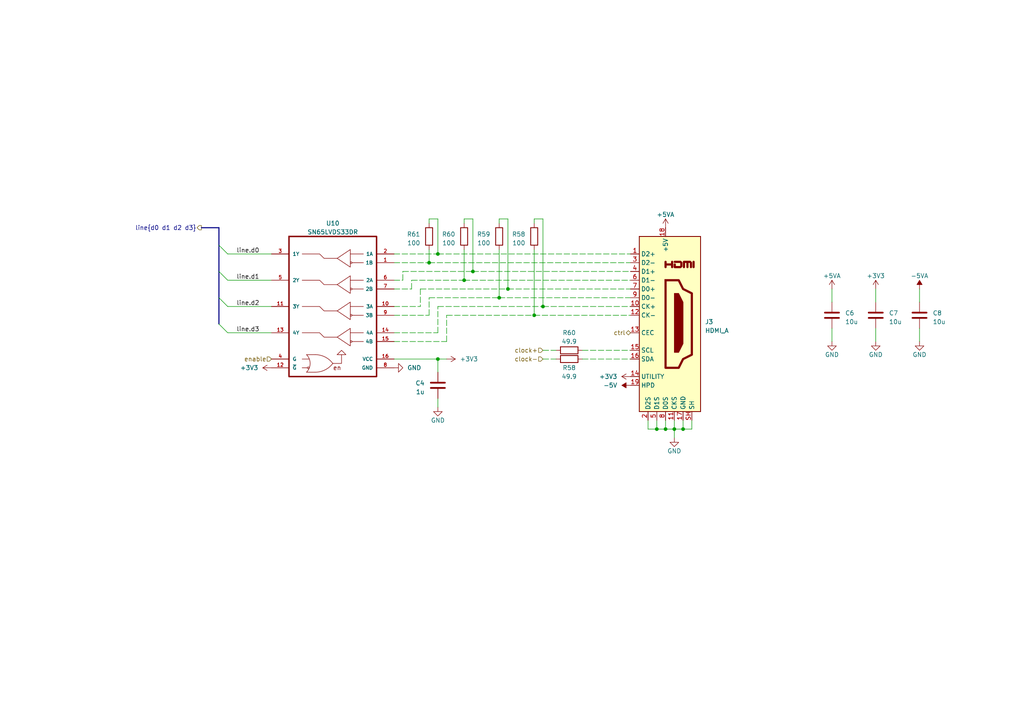
<source format=kicad_sch>
(kicad_sch (version 20221004) (generator eeschema)
  (paper "A4")
  (title_block (title "sin(π)") (date "2022-11-23") (rev "draft 0") (company "Porucha"))
  (lib_symbols
    (symbol "0000:SN65LVDS33DR" (pin_names (offset 1.016))
      (property "Reference" "U" (at -12.7 21.32 0))
      (property "Value" "SN65LVDS33DR" (at -12.7 -24.32 0))
      (symbol "SN65LVDS33DR_0_0"
        (rectangle (start -12.7 20.32) (end 12.7 -20.32) (stroke (width 0.41)))
        (arc (start -7.62 -19.05) (mid -6.5679 -16.51) (end -7.62 -13.97))
        (arc (start -5.08 -19.05) (mid -2.2381 -18.3837) (end 0 -16.51))
        (arc (start 0 -16.51) (mid -2.2392 -14.6383) (end -5.08 -13.97))
        (polyline (pts (xy -8.89 -17.78) (xy -7.366 -17.78)))
        (polyline (pts (xy -8.89 -15.24) (xy -6.858 -15.24)))
        (polyline (pts (xy -7.62 -19.05) (xy -5.08 -19.05)))
        (polyline (pts (xy -7.62 -13.97) (xy -5.08 -13.97)))
        (polyline (pts (xy 0 -16.51) (xy 2.54 -16.51) (xy 2.54 -13.97)))
        (polyline (pts (xy 1.27 -13.97) (xy 2.54 -12.7) (xy 3.81 -13.97) (xy 1.27 -13.97)))
        (text "en" (at 1.27 -17.78 0) (effects (font (size 1.27 1.27))))
        (pin input line (at 17.78 12.7 180) (length 5.08) (name "1B") (number "1"))
        (pin input line (at 17.78 0 180) (length 5.08) (name "3A") (number "10"))
        (pin output line (at -17.78 0 0) (length 5.08) (name "3Y") (number "11"))
        (pin input line (at -17.78 -17.78 0) (length 5.08) (name "~{G}") (number "12"))
        (pin output line (at -17.78 -7.62 0) (length 5.08) (name "4Y") (number "13"))
        (pin input line (at 17.78 -7.62 180) (length 5.08) (name "4A") (number "14"))
        (pin input line (at 17.78 -10.16 180) (length 5.08) (name "4B") (number "15"))
        (pin power_in line (at 17.78 -15.24 180) (length 5.08) (name "VCC") (number "16"))
        (pin input line (at 17.78 15.24 180) (length 5.08) (name "1A") (number "2"))
        (pin output line (at -17.78 15.24 0) (length 5.08) (name "1Y") (number "3"))
        (pin input line (at -17.78 -15.24 0) (length 5.08) (name "G") (number "4"))
        (pin output line (at -17.78 7.62 0) (length 5.08) (name "2Y") (number "5"))
        (pin input line (at 17.78 7.62 180) (length 5.08) (name "2A") (number "6"))
        (pin input line (at 17.78 5.08 180) (length 5.08) (name "2B") (number "7"))
        (pin power_in line (at 17.78 -17.78 180) (length 5.08) (name "GND") (number "8"))
        (pin input line (at 17.78 -2.54 180) (length 5.08) (name "3B") (number "9"))
      )
      (symbol "SN65LVDS33DR_0_1"
        (circle (center -7.112 -17.78) (radius 0.254))
        (polyline (pts (xy 5.08 -7.62) (xy 8.89 -7.62)))
        (polyline (pts (xy 5.08 0) (xy 8.89 0)))
        (polyline (pts (xy 5.08 7.62) (xy 8.89 7.62)))
        (polyline (pts (xy 5.08 15.24) (xy 8.89 15.24)))
        (polyline (pts (xy 5.588 -10.16) (xy 8.89 -10.16)))
        (polyline (pts (xy 5.588 -2.54) (xy 8.89 -2.54)))
        (polyline (pts (xy 5.588 5.08) (xy 8.89 5.08)))
        (polyline (pts (xy 5.588 12.7) (xy 8.89 12.7)))
        (polyline (pts (xy 1.27 -8.89) (xy -2.54 -8.89) (xy -3.81 -7.62) (xy -8.89 -7.62)))
        (polyline (pts (xy 1.27 -1.27) (xy -2.54 -1.27) (xy -3.81 0) (xy -8.89 0)))
        (polyline (pts (xy 1.27 6.35) (xy -2.54 6.35) (xy -3.81 7.62) (xy -8.89 7.62)))
        (polyline (pts (xy 1.27 13.97) (xy -2.54 13.97) (xy -3.81 15.24) (xy -8.89 15.24)))
        (polyline (pts (xy 5.08 -6.35) (xy 5.08 -11.43) (xy 1.27 -8.89) (xy 5.08 -6.35)))
        (polyline (pts (xy 5.08 1.27) (xy 5.08 -3.81) (xy 1.27 -1.27) (xy 5.08 1.27)))
        (polyline (pts (xy 5.08 8.89) (xy 5.08 3.81) (xy 1.27 6.35) (xy 5.08 8.89)))
        (polyline (pts (xy 5.08 16.51) (xy 5.08 11.43) (xy 1.27 13.97) (xy 5.08 16.51)))
        (circle (center 5.334 -10.16) (radius 0.254))
        (circle (center 5.334 -2.54) (radius 0.254))
        (circle (center 5.334 5.08) (radius 0.254))
        (circle (center 5.334 12.7) (radius 0.254))
      )
    )
    (symbol "Connector:HDMI_A"
      (property "Reference" "J" (at -6.35 26.67 0))
      (property "Value" "HDMI_A" (at 10.16 26.67 0))
      (symbol "HDMI_A_0_0"
        (polyline (pts (xy 8.128 16.51) (xy 8.128 18.034)) (stroke (width 0.635)))
        (polyline (pts (xy 0 16.51) (xy 0 18.034) (xy 0 17.272) (xy 1.905 17.272) (xy 1.905 18.034) (xy 1.905 16.51)) (stroke (width 0.635)))
        (polyline (pts (xy 2.667 18.034) (xy 4.318 18.034) (xy 4.572 17.78) (xy 4.572 16.764) (xy 4.318 16.51) (xy 2.667 16.51) (xy 2.667 17.272)) (stroke (width 0.635)))
      )
      (symbol "HDMI_A_0_1"
        (rectangle (start -7.62 25.4) (end 10.16 -25.4) (stroke (width 0.254)) (fill (type background)))
        (polyline (pts (xy 2.54 8.89) (xy 3.81 8.89) (xy 5.08 6.35) (xy 5.08 -5.715) (xy 3.81 -8.255) (xy 2.54 -8.255) (xy 2.54 8.89)) (fill (type outline)))
        (polyline (pts (xy 5.334 16.51) (xy 5.334 18.034) (xy 6.35 18.034) (xy 6.35 16.51) (xy 6.35 18.034) (xy 7.112 18.034) (xy 7.366 17.78) (xy 7.366 16.51)) (stroke (width 0.635)))
        (polyline (pts (xy 0 12.7) (xy 0 -12.7) (xy 3.81 -12.7) (xy 5.08 -10.16) (xy 7.62 -8.89) (xy 7.62 8.89) (xy 5.08 10.16) (xy 3.81 12.7) (xy 0 12.7)) (stroke (width 0.635)))
      )
      (symbol "HDMI_A_1_1"
        (pin passive line (at -10.16 20.32 0) (length 2.54) (name "D2+") (number "1"))
        (pin passive line (at -10.16 5.08 0) (length 2.54) (name "CK+") (number "10"))
        (pin power_in line (at 2.54 -27.94 90) (length 2.54) (name "CKS") (number "11"))
        (pin passive line (at -10.16 2.54 0) (length 2.54) (name "CK-") (number "12"))
        (pin bidirectional line (at -10.16 -2.54 0) (length 2.54) (name "CEC") (number "13"))
        (pin passive line (at -10.16 -15.24 0) (length 2.54) (name "UTILITY") (number "14"))
        (pin passive line (at -10.16 -7.62 0) (length 2.54) (name "SCL") (number "15"))
        (pin bidirectional line (at -10.16 -10.16 0) (length 2.54) (name "SDA") (number "16"))
        (pin power_in line (at 5.08 -27.94 90) (length 2.54) (name "GND") (number "17"))
        (pin power_in line (at 0 27.94 270) (length 2.54) (name "+5V") (number "18"))
        (pin passive line (at -10.16 -17.78 0) (length 2.54) (name "HPD") (number "19"))
        (pin power_in line (at -5.08 -27.94 90) (length 2.54) (name "D2S") (number "2"))
        (pin passive line (at -10.16 17.78 0) (length 2.54) (name "D2-") (number "3"))
        (pin passive line (at -10.16 15.24 0) (length 2.54) (name "D1+") (number "4"))
        (pin power_in line (at -2.54 -27.94 90) (length 2.54) (name "D1S") (number "5"))
        (pin passive line (at -10.16 12.7 0) (length 2.54) (name "D1-") (number "6"))
        (pin passive line (at -10.16 10.16 0) (length 2.54) (name "D0+") (number "7"))
        (pin power_in line (at 0 -27.94 90) (length 2.54) (name "D0S") (number "8"))
        (pin passive line (at -10.16 7.62 0) (length 2.54) (name "D0-") (number "9"))
        (pin passive line (at 7.62 -27.94 90) (length 2.54) (name "SH") (number "SH"))
      )
    )
    (symbol "Device:C" (pin_numbers hide) (pin_names (offset 0.254))
      (property "Reference" "C" (at 0.635 2.54 0))
      (property "Value" "C" (at 0.635 -2.54 0))
      (symbol "C_0_1"
        (polyline (pts (xy -2.032 -0.762) (xy 2.032 -0.762)) (stroke (width 0.508)))
        (polyline (pts (xy -2.032 0.762) (xy 2.032 0.762)) (stroke (width 0.508)))
      )
      (symbol "C_1_1"
        (pin passive line (at 0 3.81 270) (length 2.794) (name "~") (number "1"))
        (pin passive line (at 0 -3.81 90) (length 2.794) (name "~") (number "2"))
      )
    )
    (symbol "Device:R" (pin_numbers hide) (pin_names (offset 0))
      (property "Reference" "R" (at 2.032 0 90))
      (property "Value" "R" (at 0 0 90))
      (symbol "R_0_1"
        (rectangle (start -1.016 -2.54) (end 1.016 2.54) (stroke (width 0.254)))
      )
      (symbol "R_1_1"
        (pin passive line (at 0 3.81 270) (length 1.27) (name "~") (number "1"))
        (pin passive line (at 0 -3.81 90) (length 1.27) (name "~") (number "2"))
      )
    )
    (symbol "power:+3V3" (power) (pin_names (offset 0))
      (property "Value" "+3V3" (at 0 3.556 0))
      (symbol "+3V3_0_1"
        (polyline (pts (xy -0.762 1.27) (xy 0 2.54)))
        (polyline (pts (xy 0 0) (xy 0 2.54)))
        (polyline (pts (xy 0 2.54) (xy 0.762 1.27)))
      )
      (symbol "+3V3_1_1"
        (pin power_in line (at 0 0 90) (length 0) hide (name "+3V3") (number "1"))
      )
    )
    (symbol "power:+5VA" (power) (pin_names (offset 0))
      (property "Value" "+5VA" (at 0 3.556 0))
      (symbol "+5VA_0_1"
        (polyline (pts (xy -0.762 1.27) (xy 0 2.54)))
        (polyline (pts (xy 0 0) (xy 0 2.54)))
        (polyline (pts (xy 0 2.54) (xy 0.762 1.27)))
      )
      (symbol "+5VA_1_1"
        (pin power_in line (at 0 0 90) (length 0) hide (name "+5VA") (number "1"))
      )
    )
    (symbol "power:-5V" (power) (pin_names (offset 0))
      (property "Value" "-5V" (at 0 3.81 0))
      (symbol "-5V_0_0"
        (pin power_in line (at 0 0 90) (length 0) hide (name "-5V") (number "1"))
      )
      (symbol "-5V_0_1"
        (polyline (pts (xy 0 0) (xy 0 1.27) (xy 0.762 1.27) (xy 0 2.54) (xy -0.762 1.27) (xy 0 1.27)) (fill (type outline)))
      )
    )
    (symbol "power:-5VA" (power) (pin_names (offset 0))
      (property "Value" "-5VA" (at 0 3.81 0))
      (symbol "-5VA_0_0"
        (pin power_in line (at 0 0 90) (length 0) hide (name "-5VA") (number "1"))
      )
      (symbol "-5VA_0_1"
        (polyline (pts (xy 0 0) (xy 0 1.27) (xy 0.762 1.27) (xy 0 2.54) (xy -0.762 1.27) (xy 0 1.27)) (fill (type outline)))
      )
    )
    (symbol "power:GND" (power) (pin_names (offset 0))
      (property "Value" "GND" (at 0 -3.81 0))
      (symbol "GND_0_1"
        (polyline (pts (xy 0 0) (xy 0 -1.27) (xy 1.27 -1.27) (xy 0 -2.54) (xy -1.27 -1.27) (xy 0 -1.27)))
      )
      (symbol "GND_1_1"
        (pin power_in line (at 0 0 270) (length 0) hide (name "GND") (number "1"))
      )
    )
  )
  (junction (at 127 104.14))
  (junction (at 154.94 91.44))
  (junction (at 134.62 81.28))
  (junction (at 157.48 88.9))
  (junction (at 195.58 124.46))
  (junction (at 127 73.66))
  (junction (at 137.16 78.74))
  (junction (at 144.78 86.36))
  (junction (at 198.12 124.46))
  (junction (at 147.32 83.82))
  (junction (at 124.46 76.2))
  (junction (at 190.5 124.46))
  (junction (at 193.04 124.46))
  (bus_entry (at 63.5 71.12) (size 2.54 2.54))
  (bus_entry (at 63.5 93.98) (size 2.54 2.54))
  (bus_entry (at 63.5 86.36) (size 2.54 2.54))
  (bus_entry (at 63.5 78.74) (size 2.54 2.54))
  (wire (pts (xy 168.91 104.14) (xy 182.88 104.14)) (stroke (width 0) (type dash)))
  (wire (pts (xy 66.04 96.52) (xy 78.74 96.52)))
  (wire (pts (xy 129.54 99.06) (xy 129.54 91.44)) (stroke (width 0) (type dash)))
  (wire (pts (xy 241.3 95.25) (xy 241.3 99.06)))
  (wire (pts (xy 157.48 104.14) (xy 161.29 104.14)) (stroke (width 0) (type dash)))
  (wire (pts (xy 121.92 83.82) (xy 121.92 88.9)) (stroke (width 0) (type dash)))
  (wire (pts (xy 119.38 83.82) (xy 119.38 81.28)) (stroke (width 0) (type dash)))
  (wire (pts (xy 144.78 63.5) (xy 147.32 63.5)))
  (wire (pts (xy 144.78 72.39) (xy 144.78 86.36)))
  (wire (pts (xy 157.48 88.9) (xy 182.88 88.9)) (stroke (width 0) (type dash)))
  (wire (pts (xy 144.78 63.5) (xy 144.78 64.77)))
  (wire (pts (xy 198.12 121.92) (xy 198.12 124.46)))
  (bus (pts (xy 63.5 86.36) (xy 63.5 93.98)))
  (wire (pts (xy 144.78 86.36) (xy 182.88 86.36)) (stroke (width 0) (type dash)))
  (wire (pts (xy 127 104.14) (xy 127 107.95)))
  (wire (pts (xy 200.66 124.46) (xy 200.66 121.92)))
  (wire (pts (xy 195.58 121.92) (xy 195.58 124.46)))
  (wire (pts (xy 154.94 64.77) (xy 154.94 63.5)))
  (wire (pts (xy 66.04 73.66) (xy 78.74 73.66)))
  (wire (pts (xy 198.12 124.46) (xy 195.58 124.46)))
  (wire (pts (xy 129.54 104.14) (xy 127 104.14)))
  (wire (pts (xy 114.3 81.28) (xy 116.84 81.28)) (stroke (width 0) (type dash)))
  (wire (pts (xy 157.48 101.6) (xy 161.29 101.6)) (stroke (width 0) (type dash)))
  (wire (pts (xy 195.58 124.46) (xy 195.58 127)))
  (wire (pts (xy 124.46 76.2) (xy 182.88 76.2)) (stroke (width 0) (type dash)))
  (wire (pts (xy 66.04 81.28) (xy 78.74 81.28)))
  (wire (pts (xy 193.04 121.92) (xy 193.04 124.46)))
  (wire (pts (xy 127 115.57) (xy 127 118.11)))
  (wire (pts (xy 124.46 86.36) (xy 144.78 86.36)) (stroke (width 0) (type dash)))
  (wire (pts (xy 134.62 63.5) (xy 137.16 63.5)))
  (wire (pts (xy 241.3 83.82) (xy 241.3 87.63)))
  (wire (pts (xy 154.94 72.39) (xy 154.94 91.44)))
  (wire (pts (xy 187.96 121.92) (xy 187.96 124.46)))
  (wire (pts (xy 147.32 63.5) (xy 147.32 83.82)))
  (wire (pts (xy 127 104.14) (xy 114.3 104.14)))
  (wire (pts (xy 154.94 91.44) (xy 182.88 91.44)) (stroke (width 0) (type dash)))
  (wire (pts (xy 114.3 83.82) (xy 119.38 83.82)) (stroke (width 0) (type dash)))
  (bus (pts (xy 63.5 78.74) (xy 63.5 86.36)))
  (wire (pts (xy 114.3 88.9) (xy 121.92 88.9)) (stroke (width 0) (type dash)))
  (wire (pts (xy 190.5 121.92) (xy 190.5 124.46)))
  (wire (pts (xy 168.91 101.6) (xy 182.88 101.6)) (stroke (width 0) (type dash)))
  (wire (pts (xy 254 83.82) (xy 254 87.63)))
  (wire (pts (xy 127 73.66) (xy 182.88 73.66)) (stroke (width 0) (type dash)))
  (wire (pts (xy 114.3 99.06) (xy 129.54 99.06)) (stroke (width 0) (type dash)))
  (wire (pts (xy 114.3 91.44) (xy 124.46 91.44)) (stroke (width 0) (type dash)))
  (wire (pts (xy 134.62 72.39) (xy 134.62 81.28)))
  (wire (pts (xy 254 95.25) (xy 254 99.06)))
  (wire (pts (xy 190.5 124.46) (xy 193.04 124.46)))
  (bus (pts (xy 63.5 71.12) (xy 63.5 78.74)))
  (wire (pts (xy 195.58 124.46) (xy 193.04 124.46)))
  (wire (pts (xy 187.96 124.46) (xy 190.5 124.46)))
  (wire (pts (xy 127 88.9) (xy 157.48 88.9)) (stroke (width 0) (type dash)))
  (wire (pts (xy 127 63.5) (xy 127 73.66)))
  (wire (pts (xy 266.7 83.82) (xy 266.7 87.63)))
  (wire (pts (xy 119.38 81.28) (xy 134.62 81.28)) (stroke (width 0) (type dash)))
  (wire (pts (xy 116.84 81.28) (xy 116.84 78.74)) (stroke (width 0) (type dash)))
  (wire (pts (xy 114.3 73.66) (xy 127 73.66)) (stroke (width 0) (type dash)))
  (wire (pts (xy 137.16 63.5) (xy 137.16 78.74)))
  (wire (pts (xy 121.92 83.82) (xy 147.32 83.82)) (stroke (width 0) (type dash)))
  (wire (pts (xy 124.46 72.39) (xy 124.46 76.2)))
  (wire (pts (xy 127 96.52) (xy 127 88.9)) (stroke (width 0) (type dash)))
  (wire (pts (xy 124.46 63.5) (xy 124.46 64.77)))
  (wire (pts (xy 129.54 91.44) (xy 154.94 91.44)) (stroke (width 0) (type dash)))
  (wire (pts (xy 66.04 88.9) (xy 78.74 88.9)))
  (bus (pts (xy 58.42 66.04) (xy 63.5 66.04)))
  (wire (pts (xy 134.62 81.28) (xy 182.88 81.28)) (stroke (width 0) (type dash)))
  (wire (pts (xy 114.3 96.52) (xy 127 96.52)) (stroke (width 0) (type dash)))
  (wire (pts (xy 147.32 83.82) (xy 182.88 83.82)) (stroke (width 0) (type dash)))
  (wire (pts (xy 154.94 63.5) (xy 157.48 63.5)))
  (wire (pts (xy 134.62 63.5) (xy 134.62 64.77)))
  (wire (pts (xy 124.46 63.5) (xy 127 63.5)))
  (wire (pts (xy 198.12 124.46) (xy 200.66 124.46)))
  (wire (pts (xy 124.46 91.44) (xy 124.46 86.36)) (stroke (width 0) (type dash)))
  (wire (pts (xy 137.16 78.74) (xy 182.88 78.74)) (stroke (width 0) (type dash)))
  (wire (pts (xy 157.48 63.5) (xy 157.48 88.9)))
  (wire (pts (xy 266.7 95.25) (xy 266.7 99.06)))
  (wire (pts (xy 116.84 78.74) (xy 137.16 78.74)) (stroke (width 0) (type dash)))
  (bus (pts (xy 63.5 66.04) (xy 63.5 71.12)))
  (wire (pts (xy 114.3 76.2) (xy 124.46 76.2)) (stroke (width 0) (type dash)))
  (label "line.d3" (at 68.58 96.52 0))
  (label "line.d1" (at 68.58 81.28 0))
  (label "line.d2" (at 68.58 88.9 0))
  (label "line.d0" (at 68.58 73.66 0))
  (hierarchical_label "line{d0 d1 d2 d3}" (shape output) (at 58.42 66.04 180))
  (hierarchical_label "clock+" (shape input) (at 157.48 101.6 180))
  (hierarchical_label "enable" (shape input) (at 78.74 104.14 180))
  (hierarchical_label "clock-" (shape input) (at 157.48 104.14 180))
  (hierarchical_label "ctrl" (shape bidirectional) (at 182.88 96.52 180))
  (symbol (lib_id "power:GND") (at 266.7 99.06 0) (unit 1)
    (property "Reference" "#PWR?" (effects hide))
    (property "Value" "GND" (at 266.7 102.87 0))
    (instances (project "sinpi" (path "" (reference "#PWR?") (unit 1) (value "GND") (footprint "")) (path "" (reference "#PWR040") (unit 1) (value "GND") (footprint "")) (path "" (reference "#PWR054") (unit 1) (value "GND") (footprint ""))))
  )
  (symbol (lib_id "power:+3V3") (at 78.74 106.68 90) (mirror x) (unit 1)
    (property "Reference" "#PWR?" (effects hide))
    (property "Value" "+3V3" (at 74.93 106.68 90) (effects (justify left)))
    (instances (project "sinpi" (path "" (reference "#PWR?") (unit 1) (value "+3V3") (footprint "")) (path "" (reference "#PWR027") (unit 1) (value "+3V3") (footprint "")) (path "" (reference "#PWR041") (unit 1) (value "+3V3") (footprint ""))))
  )
  (symbol (lib_id "Device:R") (at 165.1 104.14 270) (mirror x) (unit 1)
    (property "Reference" "R58" (at 165.1 106.68 90))
    (property "Value" "49.9" (at 165.1 109.22 90))
    (instances (project "sinpi" (path "" (reference "R58") (unit 1) (value "49.9") (footprint "")) (path "" (reference "R6") (unit 1) (value "49.9") (footprint "")) (path "" (reference "R12") (unit 1) (value "49.9") (footprint ""))))
  )
  (symbol (lib_id "power:GND") (at 241.3 99.06 0) (unit 1)
    (property "Reference" "#PWR?" (effects hide))
    (property "Value" "GND" (at 241.3 102.87 0))
    (instances (project "sinpi" (path "" (reference "#PWR?") (unit 1) (value "GND") (footprint "")) (path "" (reference "#PWR036") (unit 1) (value "GND") (footprint "")) (path "" (reference "#PWR050") (unit 1) (value "GND") (footprint ""))))
  )
  (symbol (lib_id "Device:R") (at 144.78 68.58 0) (unit 1)
    (property "Reference" "R59" (at 142.24 67.945 0) (effects (justify right)))
    (property "Value" "100" (at 142.24 70.485 0) (effects (justify right)))
    (instances (project "sinpi" (path "" (reference "R59") (unit 1) (value "100") (footprint "")) (path "" (reference "R3") (unit 1) (value "100") (footprint "")) (path "" (reference "R9") (unit 1) (value "100") (footprint ""))))
  )
  (symbol (lib_id "Device:C") (at 254 91.44 0) (unit 1)
    (property "Reference" "C7" (at 257.81 90.805 0) (effects (justify left)))
    (property "Value" "10u" (at 257.81 93.345 0) (effects (justify left)))
    (instances (project "sinpi" (path "" (reference "C7") (unit 1) (value "10u") (footprint "")) (path "" (reference "C6") (unit 1) (value "10u") (footprint "")) (path "" (reference "C10") (unit 1) (value "10u") (footprint ""))))
  )
  (symbol (lib_id "0000:SN65LVDS33DR") (at 96.52 88.9 0) (unit 1)
    (property "Reference" "U10" (at 96.52 64.77 0))
    (property "Value" "SN65LVDS33DR" (at 96.52 67.31 0))
    (property "Footprint" "0000:SN65LVDS33DR" (effects hide))
    (instances (project "sinpi" (path "" (reference "U10") (unit 1) (value "SN65LVDS33DR") (footprint "0000:SN65LVDS33DR")) (path "" (reference "U1") (unit 1) (value "SN65LVDS33DR") (footprint "0000:SN65LVDS33DR")) (path "" (reference "U2") (unit 1) (value "SN65LVDS33DR") (footprint "0000:SN65LVDS33DR"))))
  )
  (symbol (lib_id "Device:R") (at 124.46 68.58 0) (unit 1)
    (property "Reference" "R61" (at 121.92 67.945 0) (effects (justify right)))
    (property "Value" "100" (at 121.92 70.485 0) (effects (justify right)))
    (instances (project "sinpi" (path "" (reference "R61") (unit 1) (value "100") (footprint "")) (path "" (reference "R1") (unit 1) (value "100") (footprint "")) (path "" (reference "R7") (unit 1) (value "100") (footprint ""))))
  )
  (symbol (lib_id "power:GND") (at 114.3 106.68 90) (unit 1)
    (property "Reference" "#PWR?" (effects hide))
    (property "Value" "GND" (at 118.11 106.68 90) (effects (justify right)))
    (instances (project "sinpi" (path "" (reference "#PWR?") (unit 1) (value "GND") (footprint "")) (path "" (reference "#PWR028") (unit 1) (value "GND") (footprint "")) (path "" (reference "#PWR042") (unit 1) (value "GND") (footprint ""))))
  )
  (symbol (lib_id "power:+5VA") (at 193.04 66.04 0) (unit 1)
    (property "Reference" "#PWR?" (effects hide))
    (property "Value" "+5VA" (at 193.04 62.23 0))
    (instances (project "sinpi" (path "" (reference "#PWR?") (unit 1) (value "+5VA") (footprint "")) (path "" (reference "#PWR033") (unit 1) (value "+5VA") (footprint "")) (path "" (reference "#PWR047") (unit 1) (value "+5VA") (footprint ""))))
  )
  (symbol (lib_id "power:+5VA") (at 241.3 83.82 0) (unit 1)
    (property "Reference" "#PWR?" (effects hide))
    (property "Value" "+5VA" (at 241.3 80.01 0))
    (instances (project "sinpi" (path "" (reference "#PWR?") (unit 1) (value "+5VA") (footprint "")) (path "" (reference "#PWR035") (unit 1) (value "+5VA") (footprint "")) (path "" (reference "#PWR049") (unit 1) (value "+5VA") (footprint ""))))
  )
  (symbol (lib_id "Device:R") (at 134.62 68.58 0) (unit 1)
    (property "Reference" "R60" (at 132.08 67.945 0) (effects (justify right)))
    (property "Value" "100" (at 132.08 70.485 0) (effects (justify right)))
    (instances (project "sinpi" (path "" (reference "R60") (unit 1) (value "100") (footprint "")) (path "" (reference "R2") (unit 1) (value "100") (footprint "")) (path "" (reference "R8") (unit 1) (value "100") (footprint ""))))
  )
  (symbol (lib_id "Device:C") (at 127 111.76 0) (unit 1)
    (property "Reference" "C4" (at 123.19 111.125 0) (effects (justify right)))
    (property "Value" "1u" (at 123.19 113.665 0) (effects (justify right)))
    (instances (project "sinpi" (path "" (reference "C4") (unit 1) (value "1u") (footprint "")) (path "" (reference "C4") (unit 1) (value "1u") (footprint "")) (path "" (reference "C8") (unit 1) (value "1u") (footprint ""))))
  )
  (symbol (lib_id "Device:C") (at 241.3 91.44 0) (unit 1)
    (property "Reference" "C6" (at 245.11 90.805 0) (effects (justify left)))
    (property "Value" "10u" (at 245.11 93.345 0) (effects (justify left)))
    (instances (project "sinpi" (path "" (reference "C6") (unit 1) (value "10u") (footprint "")) (path "" (reference "C5") (unit 1) (value "10u") (footprint "")) (path "" (reference "C9") (unit 1) (value "10u") (footprint ""))))
  )
  (symbol (lib_id "power:GND") (at 195.58 127 0) (unit 1)
    (property "Reference" "#PWR?" (effects hide))
    (property "Value" "GND" (at 195.58 130.81 0))
    (instances (project "sinpi" (path "" (reference "#PWR?") (unit 1) (value "GND") (footprint "")) (path "" (reference "#PWR034") (unit 1) (value "GND") (footprint "")) (path "" (reference "#PWR048") (unit 1) (value "GND") (footprint ""))))
  )
  (symbol (lib_id "Connector:HDMI_A") (at 193.04 93.98 0) (unit 1)
    (property "Reference" "J3" (at 204.47 93.345 0) (effects (justify left)))
    (property "Value" "HDMI_A" (at 204.47 95.885 0) (effects (justify left)))
    (property "Datasheet" "https://en.wikipedia.org/wiki/HDMI" (effects hide))
    (instances (project "sinpi" (path "" (reference "J3") (unit 1) (value "HDMI_A") (footprint "")) (path "" (reference "J2") (unit 1) (value "SS-53000-003") (footprint "0000:SS-53000-003")) (path "" (reference "J3") (unit 1) (value "HDMI_A") (footprint ""))))
  )
  (symbol (lib_id "power:GND") (at 254 99.06 0) (unit 1)
    (property "Reference" "#PWR?" (effects hide))
    (property "Value" "GND" (at 254 102.87 0))
    (instances (project "sinpi" (path "" (reference "#PWR?") (unit 1) (value "GND") (footprint "")) (path "" (reference "#PWR038") (unit 1) (value "GND") (footprint "")) (path "" (reference "#PWR052") (unit 1) (value "GND") (footprint ""))))
  )
  (symbol (lib_id "Device:C") (at 266.7 91.44 0) (unit 1)
    (property "Reference" "C8" (at 270.51 90.805 0) (effects (justify left)))
    (property "Value" "10u" (at 270.51 93.345 0) (effects (justify left)))
    (instances (project "sinpi" (path "" (reference "C8") (unit 1) (value "10u") (footprint "")) (path "" (reference "C7") (unit 1) (value "10u") (footprint "")) (path "" (reference "C11") (unit 1) (value "10u") (footprint ""))))
  )
  (symbol (lib_id "power:+3V3") (at 129.54 104.14 270) (unit 1)
    (property "Reference" "#PWR?" (effects hide))
    (property "Value" "+3V3" (at 133.35 104.14 90) (effects (justify left)))
    (instances (project "sinpi" (path "" (reference "#PWR?") (unit 1) (value "+3V3") (footprint "")) (path "" (reference "#PWR030") (unit 1) (value "+3V3") (footprint "")) (path "" (reference "#PWR044") (unit 1) (value "+3V3") (footprint ""))))
  )
  (symbol (lib_id "power:-5VA") (at 266.7 83.82 0) (unit 1)
    (property "Reference" "#PWR?" (effects hide))
    (property "Value" "-5VA" (at 266.7 80.01 0))
    (instances (project "sinpi" (path "" (reference "#PWR?") (unit 1) (value "-5VA") (footprint "")) (path "" (reference "#PWR039") (unit 1) (value "-5VA") (footprint "")) (path "" (reference "#PWR053") (unit 1) (value "-5VA") (footprint ""))))
  )
  (symbol (lib_id "power:+3V3") (at 254 83.82 0) (unit 1)
    (property "Reference" "#PWR?" (effects hide))
    (property "Value" "+3V3" (at 254 80.01 0))
    (instances (project "sinpi" (path "" (reference "#PWR?") (unit 1) (value "+3V3") (footprint "")) (path "" (reference "#PWR037") (unit 1) (value "+3V3") (footprint "")) (path "" (reference "#PWR051") (unit 1) (value "+3V3") (footprint ""))))
  )
  (symbol (lib_id "power:+3V3") (at 182.88 109.22 90) (unit 1)
    (property "Reference" "#PWR?" (effects hide))
    (property "Value" "+3V3" (at 179.07 109.22 90) (effects (justify left)))
    (instances (project "sinpi" (path "" (reference "#PWR?") (unit 1) (value "+3V3") (footprint "")) (path "" (reference "#PWR031") (unit 1) (value "+3V3") (footprint "")) (path "" (reference "#PWR045") (unit 1) (value "+3V3") (footprint ""))))
  )
  (symbol (lib_id "Device:R") (at 165.1 101.6 90) (unit 1)
    (property "Reference" "R60" (at 165.1 96.52 90))
    (property "Value" "49.9" (at 165.1 99.06 90))
    (instances (project "sinpi" (path "" (reference "R60") (unit 1) (value "49.9") (footprint "")) (path "" (reference "R5") (unit 1) (value "49.9") (footprint "")) (path "" (reference "R11") (unit 1) (value "49.9") (footprint ""))))
  )
  (symbol (lib_id "power:GND") (at 127 118.11 0) (unit 1)
    (property "Reference" "#PWR?" (effects hide))
    (property "Value" "GND" (at 127 121.92 0))
    (instances (project "sinpi" (path "" (reference "#PWR?") (unit 1) (value "GND") (footprint "")) (path "" (reference "#PWR029") (unit 1) (value "GND") (footprint "")) (path "" (reference "#PWR043") (unit 1) (value "GND") (footprint ""))))
  )
  (symbol (lib_id "Device:R") (at 154.94 68.58 0) (unit 1)
    (property "Reference" "R58" (at 152.4 67.945 0) (effects (justify right)))
    (property "Value" "100" (at 152.4 70.485 0) (effects (justify right)))
    (instances (project "sinpi" (path "" (reference "R58") (unit 1) (value "100") (footprint "")) (path "" (reference "R4") (unit 1) (value "100") (footprint "")) (path "" (reference "R10") (unit 1) (value "100") (footprint ""))))
  )
  (symbol (lib_id "power:-5V") (at 182.88 111.76 90) (mirror x) (unit 1)
    (property "Reference" "#PWR?" (effects hide))
    (property "Value" "-5V" (at 179.07 111.76 90) (effects (justify left)))
    (instances (project "sinpi" (path "" (reference "#PWR?") (unit 1) (value "-5V") (footprint "")) (path "" (reference "#PWR032") (unit 1) (value "-5V") (footprint "")) (path "" (reference "#PWR046") (unit 1) (value "-5V") (footprint ""))))
  )
)
</source>
